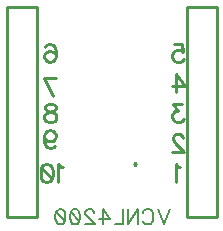
<source format=gbo>
G04 DipTrace 3.2.0.1*
G04 I2C_Breakout.gbo*
%MOIN*%
G04 #@! TF.FileFunction,Legend,Bot*
G04 #@! TF.Part,Single*
%ADD15C,0.01*%
%ADD27C,0.00772*%
%ADD28C,0.009264*%
%FSLAX26Y26*%
G04*
G70*
G90*
G75*
G01*
G04 BotSilk*
%LPD*%
X443701Y1143701D2*
D15*
X543701D1*
Y443701D1*
X443701D1*
Y1143701D1*
X1043701D2*
X1143701D1*
Y443701D1*
X1043701D1*
Y1143701D1*
X1020594Y608238D2*
D28*
X1014823Y611156D1*
X1006201Y619712D1*
Y559490D1*
X1030975Y705386D2*
Y708238D1*
X1028123Y714008D1*
X1025271Y716860D1*
X1019501Y719712D1*
X1008027D1*
X1002323Y716860D1*
X999471Y714008D1*
X996553Y708238D1*
Y702534D1*
X999471Y696764D1*
X1005175Y688208D1*
X1033893Y659490D1*
X993701D1*
X1028123Y819712D2*
X996620D1*
X1013797Y796764D1*
X1005175D1*
X999471Y793912D1*
X996620Y791060D1*
X993701Y782438D1*
Y776734D1*
X996620Y768112D1*
X1002323Y762342D1*
X1010945Y759490D1*
X1019567D1*
X1028123Y762342D1*
X1030975Y765260D1*
X1033893Y770964D1*
X1008027Y859490D2*
Y919712D1*
X1036745Y879586D1*
X993701D1*
X999471Y1019712D2*
X1028123D1*
X1030975Y993912D1*
X1028123Y996764D1*
X1019501Y999682D1*
X1010945D1*
X1002323Y996764D1*
X996553Y991060D1*
X993701Y982438D1*
Y976734D1*
X996553Y968112D1*
X1002323Y962342D1*
X1010945Y959490D1*
X1019501D1*
X1028123Y962342D1*
X1030975Y965260D1*
X1033893Y970964D1*
X571553Y1011156D2*
X574405Y1016860D1*
X583027Y1019712D1*
X588731D1*
X597353Y1016860D1*
X603123Y1008238D1*
X605975Y993912D1*
Y979586D1*
X603123Y968112D1*
X597353Y962342D1*
X588731Y959490D1*
X585879D1*
X577323Y962342D1*
X571553Y968112D1*
X568701Y976734D1*
Y979586D1*
X571553Y988208D1*
X577323Y993912D1*
X585879Y996764D1*
X588731D1*
X597353Y993912D1*
X603123Y988208D1*
X605975Y979586D1*
X597419Y846990D2*
X568701Y907212D1*
X608893D1*
X594501Y819712D2*
X603057Y816860D1*
X605975Y811156D1*
Y805386D1*
X603057Y799682D1*
X597353Y796764D1*
X585879Y793912D1*
X577257Y791060D1*
X571553Y785290D1*
X568701Y779586D1*
Y770964D1*
X571553Y765260D1*
X574405Y762342D1*
X583027Y759490D1*
X594501D1*
X603057Y762342D1*
X605975Y765260D1*
X608827Y770964D1*
Y779586D1*
X605975Y785290D1*
X600205Y791060D1*
X591649Y793912D1*
X580175Y796764D1*
X574405Y799682D1*
X571553Y805386D1*
Y811156D1*
X574405Y816860D1*
X583027Y819712D1*
X594501D1*
X568701Y712182D2*
X571620Y703560D1*
X577323Y697790D1*
X585945Y694938D1*
X588797D1*
X597419Y697790D1*
X603123Y703560D1*
X606041Y712182D1*
Y715034D1*
X603123Y723656D1*
X597419Y729360D1*
X588797Y732212D1*
X585945D1*
X577323Y729360D1*
X571620Y723656D1*
X568701Y712182D1*
Y697790D1*
X571620Y683464D1*
X577323Y674842D1*
X585945Y671990D1*
X591649D1*
X600271Y674842D1*
X603123Y680612D1*
X629313Y608238D2*
X623542Y611156D1*
X614920Y619712D1*
Y559490D1*
X579149Y619712D2*
X587771Y616860D1*
X593541Y608238D1*
X596393Y593912D1*
Y585290D1*
X593541Y570964D1*
X587771Y562342D1*
X579149Y559490D1*
X573445D1*
X564823Y562342D1*
X559120Y570964D1*
X556201Y585290D1*
Y593912D1*
X559120Y608238D1*
X564823Y616860D1*
X573445Y619712D1*
X579149D1*
X559120Y608238D2*
X593541Y570964D1*
X871620Y623464D2*
X874471Y620545D1*
X871620Y617694D1*
X868701Y620545D1*
X871620Y623464D1*
X986148Y468874D2*
D27*
X967025Y418634D1*
X947902Y468874D1*
X896592Y456936D2*
X898969Y461689D1*
X903778Y466497D1*
X908531Y468874D1*
X918092D1*
X922901Y466497D1*
X927654Y461689D1*
X930086Y456936D1*
X932462Y449751D1*
Y437757D1*
X930086Y430627D1*
X927654Y425819D1*
X922901Y421066D1*
X918092Y418634D1*
X908531D1*
X903778Y421066D1*
X898969Y425819D1*
X896592Y430627D1*
X847660Y468874D2*
Y418634D1*
X881153Y468874D1*
Y418634D1*
X832221Y468874D2*
Y418634D1*
X803536D1*
X764165D2*
Y468819D1*
X788097Y435381D1*
X752227D1*
X734355Y456880D2*
Y459257D1*
X731979Y464065D1*
X729602Y466442D1*
X724794Y468819D1*
X715232D1*
X710479Y466442D1*
X708102Y464065D1*
X705671Y459257D1*
Y454504D1*
X708102Y449695D1*
X712856Y442566D1*
X736787Y418634D1*
X703294D1*
X673485Y468819D2*
X680670Y466442D1*
X685478Y459257D1*
X687855Y447319D1*
Y440134D1*
X685478Y428195D1*
X680670Y421010D1*
X673485Y418634D1*
X668731D1*
X661546Y421010D1*
X656793Y428195D1*
X654361Y440134D1*
Y447319D1*
X656793Y459257D1*
X661546Y466442D1*
X668731Y468819D1*
X673485D1*
X656793Y459257D2*
X685478Y428195D1*
X624552Y468819D2*
X631737Y466442D1*
X636546Y459257D1*
X638922Y447319D1*
Y440134D1*
X636546Y428195D1*
X631737Y421010D1*
X624552Y418634D1*
X619799D1*
X612614Y421010D1*
X607861Y428195D1*
X605429Y440134D1*
Y447319D1*
X607861Y459257D1*
X612614Y466442D1*
X619799Y468819D1*
X624552D1*
X607861Y459257D2*
X636546Y428195D1*
M02*

</source>
